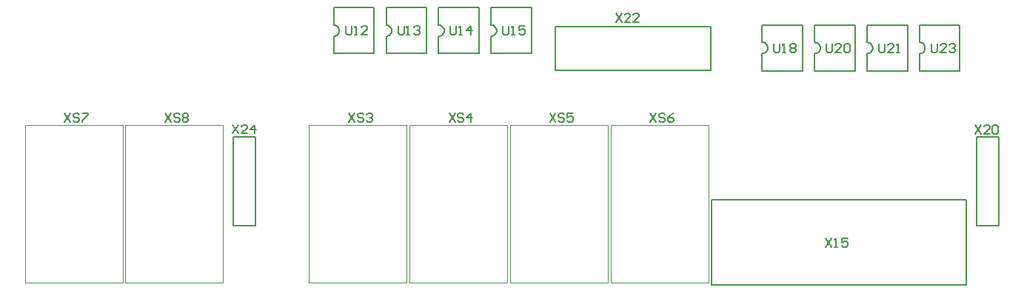
<source format=gbr>
%FSTAX42Y42*%
%MOMM*%
%SFA1B1*%

%IPPOS*%
%ADD30C,0.200000*%
%ADD31C,0.100000*%
%LNpcb_monitoring_top_front-1*%
%LPD*%
G54D30*
X002223Y00004D02*
D01*
X002228Y000041*
X002232Y000041*
X002237Y000042*
X002241Y000043*
X002245Y000044*
X002249Y000046*
X002253Y000048*
X002257Y00005*
X002261Y000053*
X002264Y000055*
X002267Y000058*
X00227Y000061*
X002273Y000065*
X002276Y000068*
X002278Y000072*
X00228Y000076*
X002282Y00008*
X002283Y000084*
X002285Y000088*
X002286Y000093*
X002286Y000097*
X002286Y000101*
Y000106*
X002286Y00011*
X002286Y000114*
X002285Y000119*
X002283Y000123*
X002282Y000127*
X00228Y000131*
X002278Y000135*
X002276Y000139*
X002273Y000142*
X00227Y000146*
X002267Y000149*
X002264Y000152*
X002261Y000154*
X002257Y000157*
X002253Y000159*
X002249Y000161*
X002245Y000163*
X002241Y000164*
X002237Y000165*
X002232Y000166*
X002228Y000166*
X002223Y000167*
X002823Y000041D02*
D01*
X002828Y000042*
X002832Y000042*
X002837Y000043*
X002841Y000044*
X002845Y000045*
X002849Y000047*
X002853Y000049*
X002857Y000051*
X002861Y000054*
X002864Y000056*
X002867Y000059*
X00287Y000062*
X002873Y000066*
X002876Y000069*
X002878Y000073*
X00288Y000077*
X002882Y000081*
X002883Y000085*
X002885Y000089*
X002886Y000094*
X002886Y000098*
X002886Y000102*
Y000107*
X002886Y000111*
X002886Y000115*
X002885Y00012*
X002883Y000124*
X002882Y000128*
X00288Y000132*
X002878Y000136*
X002876Y00014*
X002873Y000143*
X00287Y000147*
X002867Y00015*
X002864Y000153*
X002861Y000155*
X002857Y000158*
X002853Y00016*
X002849Y000162*
X002845Y000164*
X002841Y000165*
X002837Y000166*
X002832Y000167*
X002828Y000167*
X002823Y000168*
X003423Y000041D02*
D01*
X003428Y000042*
X003432Y000042*
X003437Y000043*
X003441Y000044*
X003445Y000045*
X003449Y000047*
X003453Y000049*
X003457Y000051*
X003461Y000054*
X003464Y000056*
X003467Y000059*
X00347Y000062*
X003473Y000066*
X003476Y000069*
X003478Y000073*
X00348Y000077*
X003482Y000081*
X003483Y000085*
X003485Y000089*
X003486Y000094*
X003486Y000098*
X003486Y000102*
Y000107*
X003486Y000111*
X003486Y000115*
X003485Y00012*
X003483Y000124*
X003482Y000128*
X00348Y000132*
X003478Y000136*
X003476Y00014*
X003473Y000143*
X00347Y000147*
X003467Y00015*
X003464Y000153*
X003461Y000155*
X003457Y000158*
X003453Y00016*
X003449Y000162*
X003445Y000164*
X003441Y000165*
X003437Y000166*
X003432Y000167*
X003428Y000167*
X003423Y000168*
X004023Y000041D02*
D01*
X004028Y000042*
X004032Y000042*
X004037Y000043*
X004041Y000044*
X004045Y000045*
X004049Y000047*
X004053Y000049*
X004057Y000051*
X004061Y000054*
X004064Y000056*
X004067Y000059*
X00407Y000062*
X004073Y000066*
X004076Y000069*
X004078Y000073*
X00408Y000077*
X004082Y000081*
X004083Y000085*
X004085Y000089*
X004086Y000094*
X004086Y000098*
X004086Y000102*
Y000107*
X004086Y000111*
X004086Y000115*
X004085Y00012*
X004083Y000124*
X004082Y000128*
X00408Y000132*
X004078Y000136*
X004076Y00014*
X004073Y000143*
X00407Y000147*
X004067Y00015*
X004064Y000153*
X004061Y000155*
X004057Y000158*
X004053Y00016*
X004049Y000162*
X004045Y000164*
X004041Y000165*
X004037Y000166*
X004032Y000167*
X004028Y000167*
X004023Y000168*
X007123Y-000157D02*
D01*
X007128Y-000157*
X007132Y-000157*
X007137Y-000156*
X007141Y-000155*
X007145Y-000154*
X007149Y-000152*
X007153Y-00015*
X007157Y-000148*
X007161Y-000145*
X007164Y-000143*
X007167Y-00014*
X00717Y-000137*
X007173Y-000133*
X007176Y-00013*
X007178Y-000126*
X00718Y-000122*
X007182Y-000118*
X007183Y-000114*
X007185Y-00011*
X007186Y-000105*
X007186Y-000101*
X007186Y-000097*
Y-000092*
X007186Y-000088*
X007186Y-000084*
X007185Y-000079*
X007183Y-000075*
X007182Y-000071*
X00718Y-000067*
X007178Y-000063*
X007176Y-000059*
X007173Y-000056*
X00717Y-000052*
X007167Y-000049*
X007164Y-000046*
X007161Y-000044*
X007157Y-000041*
X007153Y-000039*
X007149Y-000037*
X007145Y-000035*
X007141Y-000034*
X007137Y-000033*
X007132Y-000032*
X007128Y-000032*
X007123Y-00003*
X007723Y-000157D02*
D01*
X007728Y-000157*
X007732Y-000157*
X007737Y-000156*
X007741Y-000155*
X007745Y-000154*
X007749Y-000152*
X007753Y-00015*
X007757Y-000148*
X007761Y-000145*
X007764Y-000143*
X007767Y-00014*
X00777Y-000137*
X007773Y-000133*
X007776Y-00013*
X007778Y-000126*
X00778Y-000122*
X007782Y-000118*
X007783Y-000114*
X007785Y-00011*
X007786Y-000105*
X007786Y-000101*
X007786Y-000097*
Y-000092*
X007786Y-000088*
X007786Y-000084*
X007785Y-000079*
X007783Y-000075*
X007782Y-000071*
X00778Y-000067*
X007778Y-000063*
X007776Y-000059*
X007773Y-000056*
X00777Y-000052*
X007767Y-000049*
X007764Y-000046*
X007761Y-000044*
X007757Y-000041*
X007753Y-000039*
X007749Y-000037*
X007745Y-000035*
X007741Y-000034*
X007737Y-000033*
X007732Y-000032*
X007728Y-000032*
X007723Y-00003*
X008323Y-000157D02*
D01*
X008328Y-000157*
X008332Y-000157*
X008337Y-000156*
X008341Y-000155*
X008345Y-000154*
X008349Y-000152*
X008353Y-00015*
X008357Y-000148*
X008361Y-000145*
X008364Y-000143*
X008367Y-00014*
X00837Y-000137*
X008373Y-000133*
X008376Y-00013*
X008378Y-000126*
X00838Y-000122*
X008382Y-000118*
X008383Y-000114*
X008385Y-00011*
X008386Y-000105*
X008386Y-000101*
X008386Y-000097*
Y-000092*
X008386Y-000088*
X008386Y-000084*
X008385Y-000079*
X008383Y-000075*
X008382Y-000071*
X00838Y-000067*
X008378Y-000063*
X008376Y-000059*
X008373Y-000056*
X00837Y-000052*
X008367Y-000049*
X008364Y-000046*
X008361Y-000044*
X008357Y-000041*
X008353Y-000039*
X008349Y-000037*
X008345Y-000035*
X008341Y-000034*
X008337Y-000033*
X008332Y-000032*
X008328Y-000032*
X008323Y-00003*
X008923Y-000157D02*
D01*
X008928Y-000157*
X008932Y-000157*
X008937Y-000156*
X008941Y-000155*
X008945Y-000154*
X008949Y-000152*
X008953Y-00015*
X008957Y-000148*
X008961Y-000145*
X008964Y-000143*
X008967Y-00014*
X00897Y-000137*
X008973Y-000133*
X008976Y-00013*
X008978Y-000126*
X00898Y-000122*
X008982Y-000118*
X008983Y-000114*
X008985Y-00011*
X008986Y-000105*
X008986Y-000101*
X008986Y-000097*
Y-000092*
X008986Y-000088*
X008986Y-000084*
X008985Y-000079*
X008983Y-000075*
X008982Y-000071*
X00898Y-000067*
X008978Y-000063*
X008976Y-000059*
X008973Y-000056*
X00897Y-000052*
X008967Y-000049*
X008964Y-000046*
X008961Y-000044*
X008957Y-000041*
X008953Y-000039*
X008949Y-000037*
X008945Y-000035*
X008941Y-000034*
X008937Y-000033*
X008932Y-000032*
X008928Y-000032*
X008923Y-00003*
X002223Y000369D02*
X002684D01*
X002223Y-000159D02*
X002684D01*
Y000369*
X002223Y000167D02*
Y000369D01*
Y-000159D02*
Y00004D01*
X002823Y000369D02*
X003284D01*
X002823Y-000159D02*
X003284D01*
Y000369*
X002823Y000168D02*
Y000369D01*
Y-000159D02*
Y000041D01*
X003423Y000369D02*
X003884D01*
X003423Y-000159D02*
X003884D01*
Y000369*
X003423D02*
Y000168D01*
Y-000159D02*
Y000041D01*
X004023Y000369D02*
X004484D01*
X004023Y-000159D02*
X004484D01*
Y000369*
X004023Y000168D02*
Y000369D01*
Y-000159D02*
Y000041D01*
X007123Y000169D02*
X007584D01*
X007123Y-000359D02*
X007584D01*
Y000169*
X007123Y-00003D02*
Y000169D01*
Y-000359D02*
Y-000157D01*
X007723Y000169D02*
X008184D01*
X007723Y-000359D02*
X008184D01*
Y000169*
X007723Y-00003D02*
Y000169D01*
Y-000359D02*
Y-000157D01*
X008323Y000169D02*
X008784D01*
X008323Y-000359D02*
X008784D01*
Y000169*
X008323Y-00003D02*
Y000169D01*
Y-000359D02*
Y-000157D01*
X008923Y000169D02*
X009384D01*
X008923Y-000359D02*
X009384D01*
Y000169*
X008923D02*
Y-00003D01*
Y-000359D02*
Y-000157D01*
X006538Y-000353D02*
Y000152D01*
X00476Y000153D02*
X006538D01*
X00476Y-000353D02*
Y000152D01*
Y-000353D02*
X006538D01*
X009454Y-002809D02*
Y-001829D01*
X006544D02*
X009454D01*
X006544Y-002809D02*
Y-001829D01*
Y-002809D02*
X009454D01*
X009572Y-002126D02*
X009826D01*
X009572D02*
Y-00111D01*
X009826Y-002126D02*
Y-00111D01*
X009572D02*
X009826D01*
X001072Y-002126D02*
X001326D01*
X001072D02*
Y-00111D01*
X001326Y-002126D02*
Y-00111D01*
X001072D02*
X001326D01*
X005449Y000299D02*
X005516Y000199D01*
Y000299D02*
X005449Y000199D01*
X005616D02*
X005549D01*
X005616Y000266*
Y000282*
X005599Y000299*
X005566*
X005549Y000282*
X005716Y000199D02*
X005649D01*
X005716Y000266*
Y000282*
X005699Y000299*
X005666*
X005649Y000282*
X001069Y-000974D02*
X001136Y-001074D01*
Y-000974D02*
X001069Y-001074D01*
X001236D02*
X001169D01*
X001236Y-001007*
Y-000991*
X001219Y-000974*
X001186*
X001169Y-000991*
X001319Y-001074D02*
Y-000974D01*
X00127Y-001024*
X001336*
X009556Y-000977D02*
X009623Y-001076D01*
Y-000977D02*
X009556Y-001076D01*
X009723D02*
X009656D01*
X009723Y-00101*
Y-000993*
X009706Y-000977*
X009673*
X009656Y-000993*
X009756D02*
X009773Y-000977D01*
X009806*
X009823Y-000993*
Y-00106*
X009806Y-001076*
X009773*
X009756Y-00106*
Y-000993*
X002359Y000154D02*
Y000071D01*
X002376Y000054*
X002409*
X002426Y000071*
Y000154*
X002459Y000054D02*
X002492D01*
X002476*
Y000154*
X002459Y000137*
X002609Y000054D02*
X002542D01*
X002609Y000121*
Y000137*
X002592Y000154*
X002559*
X002542Y000137*
X002959Y000154D02*
Y000071D01*
X002976Y000054*
X003009*
X003026Y000071*
Y000154*
X003059Y000054D02*
X003092D01*
X003076*
Y000154*
X003059Y000137*
X003142D02*
X003159Y000154D01*
X003192*
X003209Y000137*
Y000121*
X003192Y000104*
X003176*
X003192*
X003209Y000087*
Y000071*
X003192Y000054*
X003159*
X003142Y000071*
X003559Y000154D02*
Y000071D01*
X003576Y000054*
X003609*
X003626Y000071*
Y000154*
X003659Y000054D02*
X003692D01*
X003676*
Y000154*
X003659Y000137*
X003792Y000054D02*
Y000154D01*
X003742Y000104*
X00381*
X004159Y000154D02*
Y000071D01*
X004176Y000054*
X004209*
X004226Y000071*
Y000154*
X004259Y000054D02*
X004292D01*
X004276*
Y000154*
X004259Y000137*
X004409Y000154D02*
X004342D01*
Y000104*
X004376Y000121*
X004392*
X004409Y000104*
Y000071*
X004392Y000054*
X004359*
X004342Y000071*
X007259Y-000044D02*
Y-000127D01*
X007276Y-000144*
X007309*
X007326Y-000127*
Y-000044*
X007359Y-000144D02*
X007392D01*
X007376*
Y-000044*
X007359Y-000061*
X007442D02*
X007459Y-000044D01*
X007493*
X007509Y-000061*
Y-000077*
X007493Y-000094*
X007509Y-000111*
Y-000127*
X007493Y-000144*
X007459*
X007442Y-000127*
Y-000111*
X007459Y-000094*
X007442Y-000077*
Y-000061*
X007459Y-000094D02*
X007493D01*
X007859Y-000044D02*
Y-000127D01*
X007876Y-000144*
X007909*
X007926Y-000127*
Y-000044*
X008026Y-000144D02*
X007959D01*
X008026Y-000077*
Y-000061*
X008009Y-000044*
X007976*
X007959Y-000061*
X008059D02*
X008076Y-000044D01*
X008109*
X008126Y-000061*
Y-000127*
X008109Y-000144*
X008076*
X008059Y-000127*
Y-000061*
X008459Y-000044D02*
Y-000127D01*
X008476Y-000144*
X008509*
X008526Y-000127*
Y-000044*
X008626Y-000144D02*
X008559D01*
X008626Y-000077*
Y-000061*
X008609Y-000044*
X008576*
X008559Y-000061*
X008659Y-000144D02*
X008692D01*
X008676*
Y-000044*
X008659Y-000061*
X009059Y-000044D02*
Y-000127D01*
X009076Y-000144*
X009109*
X009126Y-000127*
Y-000044*
X009226Y-000144D02*
X009159D01*
X009226Y-000077*
Y-000061*
X009209Y-000044*
X009176*
X009159Y-000061*
X009259D02*
X009276Y-000044D01*
X009309*
X009326Y-000061*
Y-000077*
X009309Y-000094*
X009292*
X009309*
X009326Y-000111*
Y-000127*
X009309Y-000144*
X009276*
X009259Y-000127*
X007849Y-002274D02*
X007916Y-002374D01*
Y-002274D02*
X007849Y-002374D01*
X007949D02*
X007982D01*
X007966*
Y-002274*
X007949Y-002291*
X008099Y-002274D02*
X008032D01*
Y-002324*
X008066Y-002307*
X008082*
X008099Y-002324*
Y-002357*
X008082Y-002374*
X008049*
X008032Y-002357*
X002395Y-000843D02*
X002462Y-000943D01*
Y-000843D02*
X002395Y-000943D01*
X002562Y-00086D02*
X002545Y-000843D01*
X002512*
X002495Y-00086*
Y-000877*
X002512Y-000893*
X002545*
X002562Y-00091*
Y-000927*
X002545Y-000943*
X002512*
X002495Y-000927*
X002595Y-00086D02*
X002612Y-000843D01*
X002645*
X002662Y-00086*
Y-000877*
X002645Y-000893*
X002628*
X002645*
X002662Y-00091*
Y-000927*
X002645Y-000943*
X002612*
X002595Y-000927*
X003543Y-000843D02*
X00361Y-000943D01*
Y-000843D02*
X003543Y-000943D01*
X00371Y-00086D02*
X003693Y-000843D01*
X00366*
X003643Y-00086*
Y-000877*
X00366Y-000893*
X003693*
X00371Y-00091*
Y-000927*
X003693Y-000943*
X00366*
X003643Y-000927*
X003793Y-000943D02*
Y-000843D01*
X003743Y-000893*
X00381*
X004694Y-000843D02*
X004761Y-000943D01*
Y-000843D02*
X004694Y-000943D01*
X004861Y-00086D02*
X004844Y-000843D01*
X004811*
X004794Y-00086*
Y-000877*
X004811Y-000893*
X004844*
X004861Y-00091*
Y-000927*
X004844Y-000943*
X004811*
X004794Y-000927*
X00496Y-000843D02*
X004894D01*
Y-000893*
X004927Y-000877*
X004944*
X00496Y-000893*
Y-000927*
X004944Y-000943*
X00491*
X004894Y-000927*
X005845Y-000843D02*
X005911Y-000943D01*
Y-000843D02*
X005845Y-000943D01*
X006011Y-00086D02*
X005994Y-000843D01*
X005961*
X005944Y-00086*
Y-000877*
X005961Y-000893*
X005994*
X006011Y-00091*
Y-000927*
X005994Y-000943*
X005961*
X005944Y-000927*
X006111Y-000843D02*
X006078Y-00086D01*
X006044Y-000893*
Y-000927*
X006061Y-000943*
X006094*
X006111Y-000927*
Y-00091*
X006094Y-000893*
X006044*
X-000854Y-000842D02*
X-000787Y-000942D01*
Y-000842D02*
X-000854Y-000942D01*
X-000687Y-000859D02*
X-000704Y-000842D01*
X-000737*
X-000754Y-000859*
Y-000876*
X-000737Y-000892*
X-000704*
X-000687Y-000909*
Y-000926*
X-000704Y-000942*
X-000737*
X-000754Y-000926*
X-000654Y-000842D02*
X-000587D01*
Y-000859*
X-000654Y-000926*
Y-000942*
X000295Y-000842D02*
X000362Y-000942D01*
Y-000842D02*
X000295Y-000942D01*
X000461Y-000859D02*
X000445Y-000842D01*
X000412*
X000395Y-000859*
Y-000876*
X000412Y-000892*
X000445*
X000461Y-000909*
Y-000926*
X000445Y-000942*
X000412*
X000395Y-000926*
X000495Y-000859D02*
X000511Y-000842D01*
X000545*
X000561Y-000859*
Y-000876*
X000545Y-000892*
X000561Y-000909*
Y-000926*
X000545Y-000942*
X000511*
X000495Y-000926*
Y-000909*
X000511Y-000892*
X000495Y-000876*
Y-000859*
X000511Y-000892D02*
X000545D01*
G54D31*
X-000159Y-000973D02*
X000959D01*
Y-002782D02*
Y-000973D01*
X-000159Y-002782D02*
Y-000973D01*
Y-002782D02*
X000959D01*
X-001309D02*
X-000189D01*
X-001309D02*
Y-000973D01*
X-000189Y-002782D02*
Y-000973D01*
X-001309D02*
X-000189D01*
X005389D02*
X006509D01*
Y-002782D02*
Y-000973D01*
X005389Y-002782D02*
Y-000973D01*
Y-002782D02*
X006509D01*
X004239D02*
X005359D01*
X004239D02*
Y-000973D01*
X005359Y-002782D02*
Y-000973D01*
X004239D02*
X005359D01*
X003089D02*
X004209D01*
Y-002782D02*
Y-000973D01*
X003089Y-002782D02*
Y-000973D01*
Y-002782D02*
X004209D01*
X001939D02*
X003059D01*
X001939D02*
Y-000973D01*
X003059Y-002782D02*
Y-000973D01*
X001939D02*
X003059D01*
M02*
</source>
